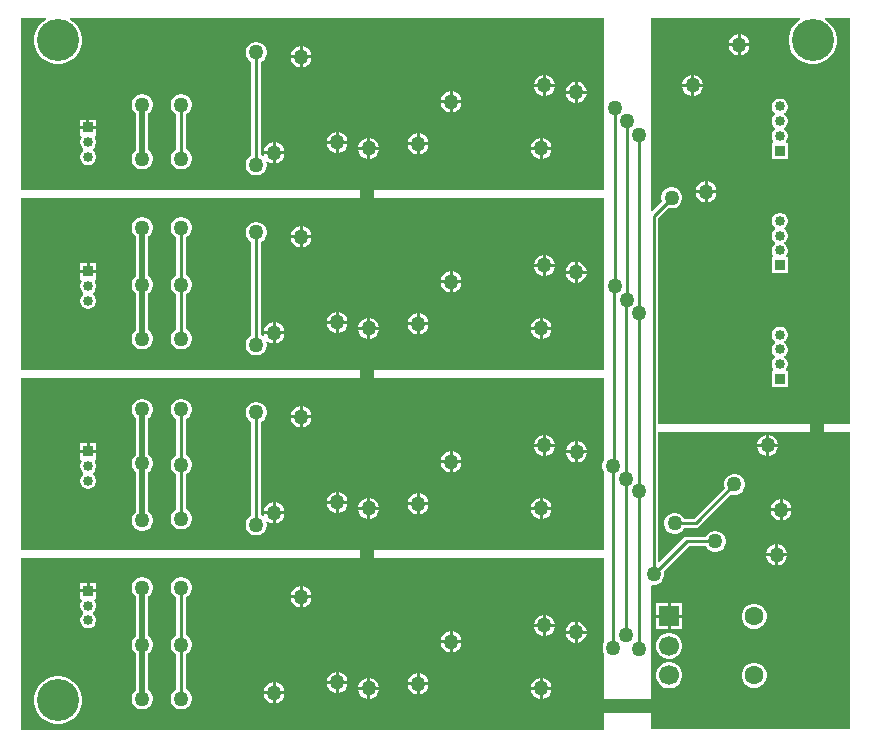
<source format=gbr>
%FSTAX23Y23*%
%MOIN*%
%SFA1B1*%

%IPPOS*%
%ADD19C,0.010000*%
%ADD20C,0.020000*%
%ADD21R,0.033465X0.033465*%
%ADD22C,0.033465*%
%ADD23R,0.066929X0.066929*%
%ADD24C,0.066929*%
%ADD25C,0.062992*%
%ADD26C,0.050000*%
%ADD27C,0.140000*%
%ADD28R,0.050000X0.035000*%
%ADD29R,0.235000X0.050000*%
%LNacoustics_4_copper_signal_bot-1*%
%LPD*%
G36*
X02765Y0104D02*
X02125D01*
Y01728*
X02158Y01761*
X02165Y0176*
X02174*
X02183Y01762*
X02191Y01766*
X02198Y01773*
X02202Y01781*
X02205Y0179*
Y01799*
X02202Y01808*
X02198Y01816*
X02191Y01823*
X02183Y01827*
X02174Y0183*
X02165*
X02156Y01827*
X02148Y01823*
X02141Y01816*
X02137Y01808*
X02135Y01799*
Y0179*
X02136Y01783*
X02104Y01751*
X021Y01753*
Y02395*
X02599*
X026Y0239*
X02589Y02382*
X02577Y0237*
X02569Y02357*
X02563Y02343*
X0256Y02327*
Y02312*
X02563Y02296*
X02569Y02282*
X02577Y02269*
X02589Y02257*
X02602Y02249*
X02616Y02243*
X02632Y0224*
X02647*
X02663Y02243*
X02677Y02249*
X0269Y02257*
X02702Y02269*
X0271Y02282*
X02716Y02296*
X0272Y02312*
Y02327*
X02716Y02343*
X0271Y02357*
X02702Y0237*
X0269Y02382*
X02679Y0239*
X0268Y02395*
X02765*
Y0104*
G37*
G36*
X01945Y02099D02*
Y0209D01*
Y0182*
X0*
Y02395*
X00084*
X00085Y0239*
X00074Y02382*
X00062Y0237*
X00054Y02357*
X00048Y02343*
X00045Y02327*
Y02312*
X00048Y02296*
X00054Y02282*
X00062Y02269*
X00074Y02257*
X00087Y02249*
X00101Y02243*
X00117Y0224*
X00132*
X00148Y02243*
X00162Y02249*
X00175Y02257*
X00187Y02269*
X00195Y02282*
X00201Y02296*
X00205Y02312*
Y02327*
X00201Y02343*
X00195Y02357*
X00187Y0237*
X00175Y02382*
X00164Y0239*
X00165Y02395*
X01945*
Y02099*
G37*
G36*
Y01504D02*
Y01495D01*
Y0122*
X0*
Y01795*
X01945*
Y01504*
G37*
G36*
Y00919D02*
X01941Y00913D01*
X01939Y00905*
Y00895*
X01941Y00886*
X01945Y00881*
Y0062*
X0*
Y01195*
X01945*
Y00919*
G37*
G36*
X02765Y00025D02*
X021D01*
Y00502*
X02103Y00505*
X02105Y00505*
X02114*
X02123Y00507*
X02131Y00511*
X02138Y00518*
X02142Y00526*
X02145Y00535*
Y00544*
X02143Y00551*
X02226Y00634*
X02283*
X02286Y00628*
X02293Y00621*
X02301Y00617*
X0231Y00615*
X02319*
X02328Y00617*
X02336Y00621*
X02343Y00628*
X02347Y00636*
X0235Y00645*
Y00654*
X02347Y00663*
X02343Y00671*
X02336Y00678*
X02328Y00682*
X02319Y00685*
X0231*
X02301Y00682*
X02293Y00678*
X02286Y00671*
X02283Y00665*
X0222*
X02214Y00664*
X02209Y0066*
X02129Y00581*
X02125Y00583*
Y01015*
X02765*
Y00025*
G37*
G36*
X01945Y00313D02*
X01942Y00308D01*
X0194Y00299*
Y0029*
X01942Y00281*
X01945Y00276*
Y0002*
X0*
Y00595*
X01945*
Y00313*
G37*
%LNacoustics_4_copper_signal_bot-2*%
%LPC*%
G36*
X024Y02339D02*
Y0231D01*
X02429*
X02427Y02318*
X02423Y02326*
X02416Y02333*
X02408Y02337*
X024Y02339*
G37*
G36*
X0239D02*
X02381Y02337D01*
X02373Y02333*
X02366Y02326*
X02362Y02318*
X0236Y0231*
X0239*
Y02339*
G37*
G36*
X02429Y023D02*
X024D01*
Y0227*
X02408Y02272*
X02416Y02276*
X02423Y02283*
X02427Y02291*
X02429Y023*
G37*
G36*
X0239D02*
X0236D01*
X02362Y02291*
X02366Y02283*
X02373Y02276*
X02381Y02272*
X0239Y0227*
Y023*
G37*
G36*
X02245Y02204D02*
Y02175D01*
X02274*
X02272Y02183*
X02268Y02191*
X02261Y02198*
X02253Y02202*
X02245Y02204*
G37*
G36*
X02235D02*
X02226Y02202D01*
X02218Y02198*
X02211Y02191*
X02207Y02183*
X02205Y02175*
X02235*
Y02204*
G37*
G36*
X02274Y02165D02*
X02245D01*
Y02135*
X02253Y02137*
X02261Y02141*
X02268Y02148*
X02272Y02156*
X02274Y02165*
G37*
G36*
X02235D02*
X02205D01*
X02207Y02156*
X02211Y02148*
X02218Y02141*
X02226Y02137*
X02235Y02135*
Y02165*
G37*
G36*
X02533Y02125D02*
X02526D01*
X02519Y02124*
X02513Y0212*
X02508Y02115*
X02505Y02109*
X02503Y02102*
Y02095*
X02505Y02088*
X02508Y02082*
X02513Y02077*
X02514Y02077*
Y02072*
X02513Y02071*
X02508Y02066*
X02505Y0206*
X02503Y02053*
Y02046*
X02505Y02039*
X02508Y02033*
X02513Y02028*
X02514Y02027*
Y02022*
X02513Y02022*
X02508Y02017*
X02505Y02011*
X02503Y02004*
Y01997*
X02505Y0199*
X02508Y01984*
X02509Y01983*
X02507Y01978*
X02503*
Y01924*
X02556*
Y01978*
X02552*
X0255Y01983*
X02551Y01984*
X02554Y0199*
X02556Y01997*
Y02004*
X02554Y02011*
X02551Y02017*
X02546Y02022*
X02545Y02022*
Y02027*
X02546Y02028*
X02551Y02033*
X02554Y02039*
X02556Y02046*
Y02053*
X02554Y0206*
X02551Y02066*
X02546Y02071*
X02545Y02072*
Y02077*
X02546Y02077*
X02551Y02082*
X02554Y02088*
X02556Y02095*
Y02102*
X02554Y02109*
X02551Y02115*
X02546Y0212*
X0254Y02124*
X02533Y02125*
G37*
G36*
X0229Y01849D02*
Y0182D01*
X02319*
X02317Y01828*
X02313Y01836*
X02306Y01843*
X02298Y01847*
X0229Y01849*
G37*
G36*
X0228D02*
X02271Y01847D01*
X02263Y01843*
X02256Y01836*
X02252Y01828*
X0225Y0182*
X0228*
Y01849*
G37*
G36*
X02319Y0181D02*
X0229D01*
Y0178*
X02298Y01782*
X02306Y01786*
X02313Y01793*
X02317Y01801*
X02319Y0181*
G37*
G36*
X0228D02*
X0225D01*
X02252Y01801*
X02256Y01793*
X02263Y01786*
X02271Y01782*
X0228Y0178*
Y0181*
G37*
G36*
X02533Y01744D02*
X02526D01*
X02519Y01742*
X02513Y01739*
X02508Y01734*
X02505Y01727*
X02503Y01721*
Y01714*
X02505Y01707*
X02508Y01701*
X02513Y01696*
X02514Y01695*
Y0169*
X02513Y01689*
X02508Y01684*
X02505Y01678*
X02503Y01671*
Y01664*
X02505Y01658*
X02508Y01652*
X02513Y01647*
X02514Y01646*
Y01641*
X02513Y0164*
X02508Y01635*
X02505Y01629*
X02503Y01622*
Y01615*
X02505Y01608*
X02508Y01602*
X02509Y01601*
X02507Y01596*
X02503*
Y01543*
X02556*
Y01596*
X02552*
X0255Y01601*
X02551Y01602*
X02554Y01608*
X02556Y01615*
Y01622*
X02554Y01629*
X02551Y01635*
X02546Y0164*
X02545Y01641*
Y01646*
X02546Y01647*
X02551Y01652*
X02554Y01658*
X02556Y01664*
Y01671*
X02554Y01678*
X02551Y01684*
X02546Y01689*
X02545Y0169*
Y01695*
X02546Y01696*
X02551Y01701*
X02554Y01707*
X02556Y01714*
Y01721*
X02554Y01727*
X02551Y01734*
X02546Y01739*
X0254Y01742*
X02533Y01744*
G37*
G36*
Y01365D02*
X02526D01*
X02519Y01363*
X02513Y01359*
X02508Y01354*
X02505Y01348*
X02503Y01341*
Y01334*
X02505Y01328*
X02508Y01322*
X02513Y01317*
X02514Y01316*
Y01311*
X02513Y0131*
X02508Y01305*
X02505Y01299*
X02503Y01292*
Y01285*
X02505Y01278*
X02508Y01272*
X02513Y01267*
X02514Y01267*
Y01262*
X02513Y01261*
X02508Y01256*
X02505Y0125*
X02503Y01243*
Y01236*
X02505Y01229*
X02508Y01223*
X02509Y01222*
X02507Y01217*
X02503*
Y01164*
X02556*
Y01217*
X02552*
X0255Y01222*
X02551Y01223*
X02554Y01229*
X02556Y01236*
Y01243*
X02554Y0125*
X02551Y01256*
X02546Y01261*
X02545Y01262*
Y01267*
X02546Y01267*
X02551Y01272*
X02554Y01278*
X02556Y01285*
Y01292*
X02554Y01299*
X02551Y01305*
X02546Y0131*
X02545Y01311*
Y01316*
X02546Y01317*
X02551Y01322*
X02554Y01328*
X02556Y01334*
Y01341*
X02554Y01348*
X02551Y01354*
X02546Y01359*
X0254Y01363*
X02533Y01365*
G37*
G36*
X0094Y02299D02*
Y0227D01*
X00969*
X00967Y02278*
X00963Y02286*
X00956Y02293*
X00948Y02297*
X0094Y02299*
G37*
G36*
X0093D02*
X00921Y02297D01*
X00913Y02293*
X00906Y02286*
X00902Y02278*
X009Y0227*
X0093*
Y02299*
G37*
G36*
X00969Y0226D02*
X0094D01*
Y0223*
X00948Y02232*
X00956Y02236*
X00963Y02243*
X00967Y02251*
X00969Y0226*
G37*
G36*
X0093D02*
X009D01*
X00902Y02251*
X00906Y02243*
X00913Y02236*
X00921Y02232*
X0093Y0223*
Y0226*
G37*
G36*
X0175Y02204D02*
Y02174D01*
X0178*
X01778Y02182*
X01773Y0219*
X01767Y02197*
X01759Y02201*
X0175Y02204*
G37*
G36*
X0174D02*
X01732Y02201D01*
X01724Y02197*
X01717Y0219*
X01713Y02182*
X01711Y02174*
X0174*
Y02204*
G37*
G36*
X01856Y02181D02*
Y02151D01*
X01886*
X01884Y0216*
X01879Y02168*
X01873Y02174*
X01865Y02179*
X01856Y02181*
G37*
G36*
X01846D02*
X01838Y02179D01*
X0183Y02174*
X01823Y02168*
X01818Y0216*
X01816Y02151*
X01846*
Y02181*
G37*
G36*
X0178Y02164D02*
X0175D01*
Y02134*
X01759Y02136*
X01767Y02141*
X01773Y02147*
X01778Y02155*
X0178Y02164*
G37*
G36*
X0174D02*
X01711D01*
X01713Y02155*
X01717Y02147*
X01724Y02141*
X01732Y02136*
X0174Y02134*
Y02164*
G37*
G36*
X0144Y02149D02*
Y0212D01*
X01469*
X01467Y02128*
X01463Y02136*
X01456Y02143*
X01448Y02147*
X0144Y02149*
G37*
G36*
X0143D02*
X01421Y02147D01*
X01413Y02143*
X01406Y02136*
X01402Y02128*
X014Y0212*
X0143*
Y02149*
G37*
G36*
X01886Y02141D02*
X01856D01*
Y02111*
X01865Y02114*
X01873Y02118*
X01879Y02125*
X01884Y02133*
X01886Y02141*
G37*
G36*
X01846D02*
X01816D01*
X01818Y02133*
X01823Y02125*
X0183Y02118*
X01838Y02114*
X01846Y02111*
Y02141*
G37*
G36*
X01469Y0211D02*
X0144D01*
Y0208*
X01448Y02082*
X01456Y02086*
X01463Y02093*
X01467Y02101*
X01469Y0211*
G37*
G36*
X0143D02*
X014D01*
X01402Y02101*
X01406Y02093*
X01413Y02086*
X01421Y02082*
X0143Y0208*
Y0211*
G37*
G36*
X00251Y02055D02*
X00229D01*
Y02034*
X00251*
Y02055*
G37*
G36*
X00219D02*
X00198D01*
Y02034*
X00219*
Y02055*
G37*
G36*
X0106Y02014D02*
Y01985D01*
X01089*
X01087Y01993*
X01083Y02001*
X01076Y02008*
X01068Y02012*
X0106Y02014*
G37*
G36*
X0105D02*
X01041Y02012D01*
X01033Y02008*
X01026Y02001*
X01022Y01993*
X0102Y01985*
X0105*
Y02014*
G37*
G36*
X0133Y02009D02*
Y0198D01*
X01359*
X01357Y01988*
X01353Y01996*
X01346Y02003*
X01338Y02007*
X0133Y02009*
G37*
G36*
X0132D02*
X01311Y02007D01*
X01303Y02003*
X01296Y01996*
X01292Y01988*
X0129Y0198*
X0132*
Y02009*
G37*
G36*
X0174Y01994D02*
Y01965D01*
X01769*
X01767Y01973*
X01763Y01981*
X01756Y01988*
X01748Y01992*
X0174Y01994*
G37*
G36*
X0173D02*
X01721Y01992D01*
X01713Y01988*
X01706Y01981*
X01702Y01973*
X017Y01965*
X0173*
Y01994*
G37*
G36*
X01165D02*
Y01965D01*
X01194*
X01192Y01973*
X01188Y01981*
X01181Y01988*
X01173Y01992*
X01165Y01994*
G37*
G36*
X01155D02*
X01146Y01992D01*
X01138Y01988*
X01131Y01981*
X01127Y01973*
X01125Y01965*
X01155*
Y01994*
G37*
G36*
X0085Y01979D02*
Y0195D01*
X00879*
X00877Y01958*
X00873Y01966*
X00866Y01973*
X00858Y01977*
X0085Y01979*
G37*
G36*
X0084D02*
X00831Y01977D01*
X00823Y01973*
X00816Y01966*
X00812Y01958*
X0081Y0195*
X0084*
Y01979*
G37*
G36*
X01089Y01975D02*
X0106D01*
Y01945*
X01068Y01947*
X01076Y01951*
X01083Y01958*
X01087Y01966*
X01089Y01975*
G37*
G36*
X0105D02*
X0102D01*
X01022Y01966*
X01026Y01958*
X01033Y01951*
X01041Y01947*
X0105Y01945*
Y01975*
G37*
G36*
X01359Y0197D02*
X0133D01*
Y0194*
X01338Y01942*
X01346Y01946*
X01353Y01953*
X01357Y01961*
X01359Y0197*
G37*
G36*
X0132D02*
X0129D01*
X01292Y01961*
X01296Y01953*
X01303Y01946*
X01311Y01942*
X0132Y0194*
Y0197*
G37*
G36*
X01769Y01955D02*
X0174D01*
Y01925*
X01748Y01927*
X01756Y01931*
X01763Y01938*
X01767Y01946*
X01769Y01955*
G37*
G36*
X0173D02*
X017D01*
X01702Y01946*
X01706Y01938*
X01713Y01931*
X01721Y01927*
X0173Y01925*
Y01955*
G37*
G36*
X01194D02*
X01165D01*
Y01925*
X01173Y01927*
X01181Y01931*
X01188Y01938*
X01192Y01946*
X01194Y01955*
G37*
G36*
X01155D02*
X01125D01*
X01127Y01946*
X01131Y01938*
X01138Y01931*
X01146Y01927*
X01155Y01925*
Y01955*
G37*
G36*
X00879Y0194D02*
X0085D01*
Y0191*
X00858Y01912*
X00866Y01916*
X00873Y01923*
X00877Y01931*
X00879Y0194*
G37*
G36*
X00789Y02315D02*
X0078D01*
X00771Y02312*
X00763Y02308*
X00756Y02301*
X00752Y02293*
X0075Y02284*
Y02275*
X00752Y02266*
X00756Y02258*
X00763Y02251*
X00769Y02248*
Y01936*
X00763Y01933*
X00756Y01926*
X00752Y01918*
X0075Y01909*
Y019*
X00752Y01891*
X00756Y01883*
X00763Y01876*
X00771Y01872*
X0078Y0187*
X00789*
X00798Y01872*
X00806Y01876*
X00813Y01883*
X00817Y01891*
X0082Y019*
Y01909*
X00818Y01914*
X00823Y01917*
X00823Y01916*
X00831Y01912*
X0084Y0191*
Y0194*
X0081*
X00811Y01935*
X00806Y01932*
X00806Y01933*
X008Y01936*
Y02248*
X00806Y02251*
X00813Y02258*
X00817Y02266*
X0082Y02275*
Y02284*
X00817Y02293*
X00813Y02301*
X00806Y02308*
X00798Y02312*
X00789Y02315*
G37*
G36*
X00251Y02024D02*
X00224D01*
X00198*
Y02002*
X00202*
X00204Y01997*
X00203Y01996*
X002Y0199*
X00198Y01983*
Y01976*
X002Y01969*
X00203Y01963*
X00208Y01958*
X00209Y01957*
Y01952*
X00208Y01952*
X00203Y01947*
X002Y01941*
X00198Y01934*
Y01927*
X002Y0192*
X00203Y01914*
X00208Y01909*
X00214Y01905*
X00221Y01904*
X00228*
X00235Y01905*
X00241Y01909*
X00246Y01914*
X00249Y0192*
X00251Y01927*
Y01934*
X00249Y01941*
X00246Y01947*
X00241Y01952*
X0024Y01952*
Y01957*
X00241Y01958*
X00246Y01963*
X00249Y01969*
X00251Y01976*
Y01983*
X00249Y0199*
X00246Y01996*
X00245Y01997*
X00247Y02002*
X00251*
Y02024*
G37*
G36*
X00539Y0214D02*
X0053D01*
X00521Y02137*
X00513Y02133*
X00506Y02126*
X00502Y02118*
X005Y02109*
Y021*
X00502Y02091*
X00506Y02083*
X00513Y02076*
X00519Y02073*
Y01956*
X00513Y01953*
X00506Y01946*
X00502Y01938*
X005Y01929*
Y0192*
X00502Y01911*
X00506Y01903*
X00513Y01896*
X00521Y01892*
X0053Y0189*
X00539*
X00548Y01892*
X00556Y01896*
X00563Y01903*
X00567Y01911*
X0057Y0192*
Y01929*
X00567Y01938*
X00563Y01946*
X00556Y01953*
X0055Y01956*
Y02073*
X00556Y02076*
X00563Y02083*
X00567Y02091*
X0057Y021*
Y02109*
X00567Y02118*
X00563Y02126*
X00556Y02133*
X00548Y02137*
X00539Y0214*
G37*
G36*
X00409D02*
X004D01*
X00391Y02137*
X00383Y02133*
X00376Y02126*
X00372Y02118*
X0037Y02109*
Y021*
X00372Y02091*
X00376Y02083*
X00383Y02076*
X00384Y02076*
Y01953*
X00383Y01953*
X00376Y01946*
X00372Y01938*
X0037Y01929*
Y0192*
X00372Y01911*
X00376Y01903*
X00383Y01896*
X00391Y01892*
X004Y0189*
X00409*
X00418Y01892*
X00426Y01896*
X00433Y01903*
X00437Y01911*
X0044Y0192*
Y01929*
X00437Y01938*
X00433Y01946*
X00426Y01953*
X00425Y01953*
Y02076*
X00426Y02076*
X00433Y02083*
X00437Y02091*
X0044Y021*
Y02109*
X00437Y02118*
X00433Y02126*
X00426Y02133*
X00418Y02137*
X00409Y0214*
G37*
G36*
X0094Y01699D02*
Y0167D01*
X00969*
X00967Y01678*
X00963Y01686*
X00956Y01693*
X00948Y01697*
X0094Y01699*
G37*
G36*
X0093D02*
X00921Y01697D01*
X00913Y01693*
X00906Y01686*
X00902Y01678*
X009Y0167*
X0093*
Y01699*
G37*
G36*
X00969Y0166D02*
X0094D01*
Y0163*
X00948Y01632*
X00956Y01636*
X00963Y01643*
X00967Y01651*
X00969Y0166*
G37*
G36*
X0093D02*
X009D01*
X00902Y01651*
X00906Y01643*
X00913Y01636*
X00921Y01632*
X0093Y0163*
Y0166*
G37*
G36*
X0175Y01604D02*
Y01574D01*
X0178*
X01778Y01582*
X01773Y0159*
X01767Y01597*
X01759Y01601*
X0175Y01604*
G37*
G36*
X0174D02*
X01732Y01601D01*
X01724Y01597*
X01717Y0159*
X01713Y01582*
X01711Y01574*
X0174*
Y01604*
G37*
G36*
X00251Y01576D02*
X0023D01*
Y01554*
X00251*
Y01576*
G37*
G36*
X0022D02*
X00198D01*
Y01554*
X0022*
Y01576*
G37*
G36*
X01856Y01581D02*
Y01552D01*
X01886*
X01883Y0156*
X01879Y01568*
X01872Y01575*
X01864Y01579*
X01856Y01581*
G37*
G36*
X01846D02*
X01837Y01579D01*
X01829Y01575*
X01823Y01568*
X01818Y0156*
X01816Y01552*
X01846*
Y01581*
G37*
G36*
X0178Y01564D02*
X0175D01*
Y01534*
X01759Y01536*
X01767Y01541*
X01773Y01547*
X01778Y01555*
X0178Y01564*
G37*
G36*
X0174D02*
X01711D01*
X01713Y01555*
X01717Y01547*
X01724Y01541*
X01732Y01536*
X0174Y01534*
Y01564*
G37*
G36*
X0144Y01549D02*
Y0152D01*
X01469*
X01467Y01528*
X01463Y01536*
X01456Y01543*
X01448Y01547*
X0144Y01549*
G37*
G36*
X0143D02*
X01421Y01547D01*
X01413Y01543*
X01406Y01536*
X01402Y01528*
X014Y0152*
X0143*
Y01549*
G37*
G36*
X01886Y01542D02*
X01856D01*
Y01512*
X01864Y01514*
X01872Y01519*
X01879Y01525*
X01883Y01533*
X01886Y01542*
G37*
G36*
X01846D02*
X01816D01*
X01818Y01533*
X01823Y01525*
X01829Y01519*
X01837Y01514*
X01846Y01512*
Y01542*
G37*
G36*
X01469Y0151D02*
X0144D01*
Y0148*
X01448Y01482*
X01456Y01486*
X01463Y01493*
X01467Y01501*
X01469Y0151*
G37*
G36*
X0143D02*
X014D01*
X01402Y01501*
X01406Y01493*
X01413Y01486*
X01421Y01482*
X0143Y0148*
Y0151*
G37*
G36*
X00251Y01544D02*
X00225D01*
X00198*
Y01522*
X00202*
X00204Y01517*
X00203Y01516*
X002Y0151*
X00198Y01503*
Y01496*
X002Y01489*
X00203Y01483*
X00208Y01478*
X00209Y01478*
Y01473*
X00208Y01472*
X00203Y01467*
X002Y01461*
X00198Y01454*
Y01447*
X002Y0144*
X00203Y01434*
X00208Y01429*
X00214Y01426*
X00221Y01424*
X00228*
X00235Y01426*
X00241Y01429*
X00246Y01434*
X00249Y0144*
X00251Y01447*
Y01454*
X00249Y01461*
X00246Y01467*
X00241Y01472*
X0024Y01473*
Y01478*
X00241Y01478*
X00246Y01483*
X00249Y01489*
X00251Y01496*
Y01503*
X00249Y0151*
X00246Y01516*
X00245Y01517*
X00247Y01522*
X00251*
Y01544*
G37*
G36*
X0106Y01414D02*
Y01385D01*
X01089*
X01087Y01393*
X01083Y01401*
X01076Y01408*
X01068Y01412*
X0106Y01414*
G37*
G36*
X0105D02*
X01041Y01412D01*
X01033Y01408*
X01026Y01401*
X01022Y01393*
X0102Y01385*
X0105*
Y01414*
G37*
G36*
X0133Y01409D02*
Y0138D01*
X01359*
X01357Y01388*
X01353Y01396*
X01346Y01403*
X01338Y01407*
X0133Y01409*
G37*
G36*
X0132D02*
X01311Y01407D01*
X01303Y01403*
X01296Y01396*
X01292Y01388*
X0129Y0138*
X0132*
Y01409*
G37*
G36*
X0174Y01394D02*
Y01365D01*
X01769*
X01767Y01373*
X01763Y01381*
X01756Y01388*
X01748Y01392*
X0174Y01394*
G37*
G36*
X0173D02*
X01721Y01392D01*
X01713Y01388*
X01706Y01381*
X01702Y01373*
X017Y01365*
X0173*
Y01394*
G37*
G36*
X01165D02*
Y01365D01*
X01194*
X01192Y01373*
X01188Y01381*
X01181Y01388*
X01173Y01392*
X01165Y01394*
G37*
G36*
X01155D02*
X01146Y01392D01*
X01138Y01388*
X01131Y01381*
X01127Y01373*
X01125Y01365*
X01155*
Y01394*
G37*
G36*
X0085Y01379D02*
Y0135D01*
X00879*
X00877Y01358*
X00873Y01366*
X00866Y01373*
X00858Y01377*
X0085Y01379*
G37*
G36*
X0084D02*
X00831Y01377D01*
X00823Y01373*
X00816Y01366*
X00812Y01358*
X0081Y0135*
X0084*
Y01379*
G37*
G36*
X01089Y01375D02*
X0106D01*
Y01345*
X01068Y01347*
X01076Y01351*
X01083Y01358*
X01087Y01366*
X01089Y01375*
G37*
G36*
X0105D02*
X0102D01*
X01022Y01366*
X01026Y01358*
X01033Y01351*
X01041Y01347*
X0105Y01345*
Y01375*
G37*
G36*
X01359Y0137D02*
X0133D01*
Y0134*
X01338Y01342*
X01346Y01346*
X01353Y01353*
X01357Y01361*
X01359Y0137*
G37*
G36*
X0132D02*
X0129D01*
X01292Y01361*
X01296Y01353*
X01303Y01346*
X01311Y01342*
X0132Y0134*
Y0137*
G37*
G36*
X01769Y01355D02*
X0174D01*
Y01325*
X01748Y01327*
X01756Y01331*
X01763Y01338*
X01767Y01346*
X01769Y01355*
G37*
G36*
X0173D02*
X017D01*
X01702Y01346*
X01706Y01338*
X01713Y01331*
X01721Y01327*
X0173Y01325*
Y01355*
G37*
G36*
X01194D02*
X01165D01*
Y01325*
X01173Y01327*
X01181Y01331*
X01188Y01338*
X01192Y01346*
X01194Y01355*
G37*
G36*
X01155D02*
X01125D01*
X01127Y01346*
X01131Y01338*
X01138Y01331*
X01146Y01327*
X01155Y01325*
Y01355*
G37*
G36*
X00879Y0134D02*
X0085D01*
Y0131*
X00858Y01312*
X00866Y01316*
X00873Y01323*
X00877Y01331*
X00879Y0134*
G37*
G36*
X00789Y01715D02*
X0078D01*
X00771Y01712*
X00763Y01708*
X00756Y01701*
X00752Y01693*
X0075Y01684*
Y01675*
X00752Y01666*
X00756Y01658*
X00763Y01651*
X00769Y01648*
Y01336*
X00763Y01333*
X00756Y01326*
X00752Y01318*
X0075Y01309*
Y013*
X00752Y01291*
X00756Y01283*
X00763Y01276*
X00771Y01272*
X0078Y0127*
X00789*
X00798Y01272*
X00806Y01276*
X00813Y01283*
X00817Y01291*
X0082Y013*
Y01309*
X00818Y01314*
X00823Y01317*
X00823Y01316*
X00831Y01312*
X0084Y0131*
Y0134*
X0081*
X00811Y01335*
X00806Y01332*
X00806Y01333*
X008Y01336*
Y01648*
X00806Y01651*
X00813Y01658*
X00817Y01666*
X0082Y01675*
Y01684*
X00817Y01693*
X00813Y01701*
X00806Y01708*
X00798Y01712*
X00789Y01715*
G37*
G36*
X00539Y0173D02*
X0053D01*
X00521Y01727*
X00513Y01723*
X00506Y01716*
X00502Y01708*
X005Y01699*
Y0169*
X00502Y01681*
X00506Y01673*
X00513Y01666*
X00519Y01663*
Y01536*
X00513Y01533*
X00506Y01526*
X00502Y01518*
X005Y01509*
Y015*
X00502Y01491*
X00506Y01483*
X00513Y01476*
X00519Y01473*
Y01356*
X00513Y01353*
X00506Y01346*
X00502Y01338*
X005Y01329*
Y0132*
X00502Y01311*
X00506Y01303*
X00513Y01296*
X00521Y01292*
X0053Y0129*
X00539*
X00548Y01292*
X00556Y01296*
X00563Y01303*
X00567Y01311*
X0057Y0132*
Y01329*
X00567Y01338*
X00563Y01346*
X00556Y01353*
X0055Y01356*
Y01473*
X00556Y01476*
X00563Y01483*
X00567Y01491*
X0057Y015*
Y01509*
X00567Y01518*
X00563Y01526*
X00556Y01533*
X0055Y01536*
Y01663*
X00556Y01666*
X00563Y01673*
X00567Y01681*
X0057Y0169*
Y01699*
X00567Y01708*
X00563Y01716*
X00556Y01723*
X00548Y01727*
X00539Y0173*
G37*
G36*
X00409D02*
X004D01*
X00391Y01727*
X00383Y01723*
X00376Y01716*
X00372Y01708*
X0037Y01699*
Y0169*
X00372Y01681*
X00376Y01673*
X00383Y01666*
X00384Y01666*
Y01533*
X00383Y01533*
X00376Y01526*
X00372Y01518*
X0037Y01509*
Y015*
X00372Y01491*
X00376Y01483*
X00383Y01476*
X00384Y01476*
Y01353*
X00383Y01353*
X00376Y01346*
X00372Y01338*
X0037Y01329*
Y0132*
X00372Y01311*
X00376Y01303*
X00383Y01296*
X00391Y01292*
X004Y0129*
X00409*
X00418Y01292*
X00426Y01296*
X00433Y01303*
X00437Y01311*
X0044Y0132*
Y01329*
X00437Y01338*
X00433Y01346*
X00426Y01353*
X00425Y01353*
Y01476*
X00426Y01476*
X00433Y01483*
X00437Y01491*
X0044Y015*
Y01509*
X00437Y01518*
X00433Y01526*
X00426Y01533*
X00425Y01533*
Y01666*
X00426Y01666*
X00433Y01673*
X00437Y01681*
X0044Y0169*
Y01699*
X00437Y01708*
X00433Y01716*
X00426Y01723*
X00418Y01727*
X00409Y0173*
G37*
G36*
X0094Y01099D02*
Y0107D01*
X00969*
X00967Y01078*
X00963Y01086*
X00956Y01093*
X00948Y01097*
X0094Y01099*
G37*
G36*
X0093D02*
X00921Y01097D01*
X00913Y01093*
X00906Y01086*
X00902Y01078*
X009Y0107*
X0093*
Y01099*
G37*
G36*
X00969Y0106D02*
X0094D01*
Y0103*
X00948Y01032*
X00956Y01036*
X00963Y01043*
X00967Y01051*
X00969Y0106*
G37*
G36*
X0093D02*
X009D01*
X00902Y01051*
X00906Y01043*
X00913Y01036*
X00921Y01032*
X0093Y0103*
Y0106*
G37*
G36*
X0175Y01004D02*
Y00974D01*
X0178*
X01778Y00982*
X01773Y0099*
X01767Y00997*
X01759Y01001*
X0175Y01004*
G37*
G36*
X0174D02*
X01732Y01001D01*
X01724Y00997*
X01717Y0099*
X01713Y00982*
X01711Y00974*
X0174*
Y01004*
G37*
G36*
X00251Y00976D02*
X0023D01*
Y00954*
X00251*
Y00976*
G37*
G36*
X0022D02*
X00198D01*
Y00954*
X0022*
Y00976*
G37*
G36*
X01858Y00983D02*
Y00953D01*
X01887*
X01885Y00961*
X01881Y00969*
X01874Y00976*
X01866Y00981*
X01858Y00983*
G37*
G36*
X01848D02*
X01839Y00981D01*
X01831Y00976*
X01825Y00969*
X0182Y00961*
X01818Y00953*
X01848*
Y00983*
G37*
G36*
X0178Y00964D02*
X0175D01*
Y00934*
X01759Y00936*
X01767Y00941*
X01773Y00947*
X01778Y00955*
X0178Y00964*
G37*
G36*
X0174D02*
X01711D01*
X01713Y00955*
X01717Y00947*
X01724Y00941*
X01732Y00936*
X0174Y00934*
Y00964*
G37*
G36*
X0144Y00949D02*
Y0092D01*
X01469*
X01467Y00928*
X01463Y00936*
X01456Y00943*
X01448Y00947*
X0144Y00949*
G37*
G36*
X0143D02*
X01421Y00947D01*
X01413Y00943*
X01406Y00936*
X01402Y00928*
X014Y0092*
X0143*
Y00949*
G37*
G36*
X01887Y00943D02*
X01858D01*
Y00913*
X01866Y00915*
X01874Y0092*
X01881Y00926*
X01885Y00934*
X01887Y00943*
G37*
G36*
X01848D02*
X01818D01*
X0182Y00934*
X01825Y00926*
X01831Y0092*
X01839Y00915*
X01848Y00913*
Y00943*
G37*
G36*
X01469Y0091D02*
X0144D01*
Y0088*
X01448Y00882*
X01456Y00886*
X01463Y00893*
X01467Y00901*
X01469Y0091*
G37*
G36*
X0143D02*
X014D01*
X01402Y00901*
X01406Y00893*
X01413Y00886*
X01421Y00882*
X0143Y0088*
Y0091*
G37*
G36*
X00251Y00944D02*
X00225D01*
X00198*
Y00922*
X00202*
X00204Y00917*
X00203Y00916*
X002Y0091*
X00198Y00903*
Y00896*
X002Y00889*
X00203Y00883*
X00208Y00878*
X00209Y00878*
Y00873*
X00208Y00872*
X00203Y00867*
X002Y00861*
X00198Y00854*
Y00847*
X002Y0084*
X00203Y00834*
X00208Y00829*
X00214Y00826*
X00221Y00824*
X00228*
X00235Y00826*
X00241Y00829*
X00246Y00834*
X00249Y0084*
X00251Y00847*
Y00854*
X00249Y00861*
X00246Y00867*
X00241Y00872*
X0024Y00873*
Y00878*
X00241Y00878*
X00246Y00883*
X00249Y00889*
X00251Y00896*
Y00903*
X00249Y0091*
X00246Y00916*
X00245Y00917*
X00247Y00922*
X00251*
Y00944*
G37*
G36*
X0106Y00814D02*
Y00785D01*
X01089*
X01087Y00793*
X01083Y00801*
X01076Y00808*
X01068Y00812*
X0106Y00814*
G37*
G36*
X0105D02*
X01041Y00812D01*
X01033Y00808*
X01026Y00801*
X01022Y00793*
X0102Y00785*
X0105*
Y00814*
G37*
G36*
X0133Y00809D02*
Y0078D01*
X01359*
X01357Y00788*
X01353Y00796*
X01346Y00803*
X01338Y00807*
X0133Y00809*
G37*
G36*
X0132D02*
X01311Y00807D01*
X01303Y00803*
X01296Y00796*
X01292Y00788*
X0129Y0078*
X0132*
Y00809*
G37*
G36*
X0174Y00794D02*
Y00765D01*
X01769*
X01767Y00773*
X01763Y00781*
X01756Y00788*
X01748Y00792*
X0174Y00794*
G37*
G36*
X0173D02*
X01721Y00792D01*
X01713Y00788*
X01706Y00781*
X01702Y00773*
X017Y00765*
X0173*
Y00794*
G37*
G36*
X01165D02*
Y00765D01*
X01194*
X01192Y00773*
X01188Y00781*
X01181Y00788*
X01173Y00792*
X01165Y00794*
G37*
G36*
X01155D02*
X01146Y00792D01*
X01138Y00788*
X01131Y00781*
X01127Y00773*
X01125Y00765*
X01155*
Y00794*
G37*
G36*
X0085Y00779D02*
Y0075D01*
X00879*
X00877Y00758*
X00873Y00766*
X00866Y00773*
X00858Y00777*
X0085Y00779*
G37*
G36*
X0084D02*
X00831Y00777D01*
X00823Y00773*
X00816Y00766*
X00812Y00758*
X0081Y0075*
X0084*
Y00779*
G37*
G36*
X01089Y00775D02*
X0106D01*
Y00745*
X01068Y00747*
X01076Y00751*
X01083Y00758*
X01087Y00766*
X01089Y00775*
G37*
G36*
X0105D02*
X0102D01*
X01022Y00766*
X01026Y00758*
X01033Y00751*
X01041Y00747*
X0105Y00745*
Y00775*
G37*
G36*
X01359Y0077D02*
X0133D01*
Y0074*
X01338Y00742*
X01346Y00746*
X01353Y00753*
X01357Y00761*
X01359Y0077*
G37*
G36*
X0132D02*
X0129D01*
X01292Y00761*
X01296Y00753*
X01303Y00746*
X01311Y00742*
X0132Y0074*
Y0077*
G37*
G36*
X01769Y00755D02*
X0174D01*
Y00725*
X01748Y00727*
X01756Y00731*
X01763Y00738*
X01767Y00746*
X01769Y00755*
G37*
G36*
X0173D02*
X017D01*
X01702Y00746*
X01706Y00738*
X01713Y00731*
X01721Y00727*
X0173Y00725*
Y00755*
G37*
G36*
X01194D02*
X01165D01*
Y00725*
X01173Y00727*
X01181Y00731*
X01188Y00738*
X01192Y00746*
X01194Y00755*
G37*
G36*
X01155D02*
X01125D01*
X01127Y00746*
X01131Y00738*
X01138Y00731*
X01146Y00727*
X01155Y00725*
Y00755*
G37*
G36*
X00879Y0074D02*
X0085D01*
Y0071*
X00858Y00712*
X00866Y00716*
X00873Y00723*
X00877Y00731*
X00879Y0074*
G37*
G36*
X00789Y01115D02*
X0078D01*
X00771Y01112*
X00763Y01108*
X00756Y01101*
X00752Y01093*
X0075Y01084*
Y01075*
X00752Y01066*
X00756Y01058*
X00763Y01051*
X00769Y01048*
Y00736*
X00763Y00733*
X00756Y00726*
X00752Y00718*
X0075Y00709*
Y007*
X00752Y00691*
X00756Y00683*
X00763Y00676*
X00771Y00672*
X0078Y0067*
X00789*
X00798Y00672*
X00806Y00676*
X00813Y00683*
X00817Y00691*
X0082Y007*
Y00709*
X00818Y00714*
X00823Y00717*
X00823Y00716*
X00831Y00712*
X0084Y0071*
Y0074*
X0081*
X00811Y00735*
X00806Y00732*
X00806Y00733*
X008Y00736*
Y01048*
X00806Y01051*
X00813Y01058*
X00817Y01066*
X0082Y01075*
Y01084*
X00817Y01093*
X00813Y01101*
X00806Y01108*
X00798Y01112*
X00789Y01115*
G37*
G36*
X00539Y01125D02*
X0053D01*
X00521Y01122*
X00513Y01118*
X00506Y01111*
X00502Y01103*
X005Y01094*
Y01085*
X00502Y01076*
X00506Y01068*
X00513Y01061*
X00519Y01058*
Y00936*
X00513Y00933*
X00506Y00926*
X00502Y00918*
X005Y00909*
Y009*
X00502Y00891*
X00506Y00883*
X00513Y00876*
X00519Y00873*
Y00756*
X00513Y00753*
X00506Y00746*
X00502Y00738*
X005Y00729*
Y0072*
X00502Y00711*
X00506Y00703*
X00513Y00696*
X00521Y00692*
X0053Y0069*
X00539*
X00548Y00692*
X00556Y00696*
X00563Y00703*
X00567Y00711*
X0057Y0072*
Y00729*
X00567Y00738*
X00563Y00746*
X00556Y00753*
X0055Y00756*
Y00873*
X00556Y00876*
X00563Y00883*
X00567Y00891*
X0057Y009*
Y00909*
X00567Y00918*
X00563Y00926*
X00556Y00933*
X0055Y00936*
Y01058*
X00556Y01061*
X00563Y01068*
X00567Y01076*
X0057Y01085*
Y01094*
X00567Y01103*
X00563Y01111*
X00556Y01118*
X00548Y01122*
X00539Y01125*
G37*
G36*
X00409D02*
X004D01*
X00391Y01122*
X00383Y01118*
X00376Y01111*
X00372Y01103*
X0037Y01094*
Y01085*
X00372Y01076*
X00376Y01068*
X00383Y01061*
X00384Y01061*
Y00938*
X00383Y00938*
X00376Y00931*
X00372Y00923*
X0037Y00914*
Y00905*
X00372Y00896*
X00376Y00888*
X00383Y00881*
X00384Y00881*
Y00748*
X00383Y00748*
X00376Y00741*
X00372Y00733*
X0037Y00724*
Y00715*
X00372Y00706*
X00376Y00698*
X00383Y00691*
X00391Y00687*
X004Y00685*
X00409*
X00418Y00687*
X00426Y00691*
X00433Y00698*
X00437Y00706*
X0044Y00715*
Y00724*
X00437Y00733*
X00433Y00741*
X00426Y00748*
X00425Y00748*
Y00881*
X00426Y00881*
X00433Y00888*
X00437Y00896*
X0044Y00905*
Y00914*
X00437Y00923*
X00433Y00931*
X00426Y00938*
X00425Y00938*
Y01061*
X00426Y01061*
X00433Y01068*
X00437Y01076*
X0044Y01085*
Y01094*
X00437Y01103*
X00433Y01111*
X00426Y01118*
X00418Y01122*
X00409Y01125*
G37*
G36*
X02495Y01004D02*
Y00975D01*
X02524*
X02522Y00983*
X02518Y00991*
X02511Y00998*
X02503Y01002*
X02495Y01004*
G37*
G36*
X02485D02*
X02476Y01002D01*
X02468Y00998*
X02461Y00991*
X02457Y00983*
X02455Y00975*
X02485*
Y01004*
G37*
G36*
X02524Y00965D02*
X02495D01*
Y00935*
X02503Y00937*
X02511Y00941*
X02518Y00948*
X02522Y00956*
X02524Y00965*
G37*
G36*
X02485D02*
X02455D01*
X02457Y00956*
X02461Y00948*
X02468Y00941*
X02476Y00937*
X02485Y00935*
Y00965*
G37*
G36*
X02384Y00874D02*
X02374D01*
X02366Y00872*
X02358Y00867*
X02351Y00861*
X02346Y00853*
X02344Y00844*
Y00834*
X02346Y00828*
X02243Y00725*
X02211*
X02208Y00731*
X02201Y00738*
X02193Y00742*
X02184Y00745*
X02175*
X02166Y00742*
X02158Y00738*
X02151Y00731*
X02147Y00723*
X02145Y00714*
Y00705*
X02147Y00696*
X02151Y00688*
X02158Y00681*
X02166Y00677*
X02175Y00675*
X02184*
X02193Y00677*
X02201Y00681*
X02208Y00688*
X02211Y00694*
X0225*
X02255Y00695*
X0226Y00699*
X02368Y00806*
X02374Y00804*
X02384*
X02393Y00806*
X02401Y00811*
X02407Y00818*
X02412Y00826*
X02414Y00834*
Y00844*
X02412Y00853*
X02407Y00861*
X02401Y00867*
X02393Y00872*
X02384Y00874*
G37*
G36*
X0254Y00789D02*
Y0076D01*
X02569*
X02567Y00768*
X02563Y00776*
X02556Y00783*
X02548Y00787*
X0254Y00789*
G37*
G36*
X0253D02*
X02521Y00787D01*
X02513Y00783*
X02506Y00776*
X02502Y00768*
X025Y0076*
X0253*
Y00789*
G37*
G36*
X02569Y0075D02*
X0254D01*
Y0072*
X02548Y00722*
X02556Y00726*
X02563Y00733*
X02567Y00741*
X02569Y0075*
G37*
G36*
X0253D02*
X025D01*
X02502Y00741*
X02506Y00733*
X02513Y00726*
X02521Y00722*
X0253Y0072*
Y0075*
G37*
G36*
X02525Y00639D02*
Y0061D01*
X02554*
X02552Y00618*
X02548Y00626*
X02541Y00633*
X02533Y00637*
X02525Y00639*
G37*
G36*
X02515D02*
X02506Y00637D01*
X02498Y00633*
X02491Y00626*
X02487Y00618*
X02485Y0061*
X02515*
Y00639*
G37*
G36*
X02554Y006D02*
X02525D01*
Y0057*
X02533Y00572*
X02541Y00576*
X02548Y00583*
X02552Y00591*
X02554Y006*
G37*
G36*
X02515D02*
X02485D01*
X02487Y00591*
X02491Y00583*
X02498Y00576*
X02506Y00572*
X02515Y0057*
Y006*
G37*
G36*
X02205Y00443D02*
X02167D01*
Y00405*
X02205*
Y00443*
G37*
G36*
X02157D02*
X02118D01*
Y00405*
X02157*
Y00443*
G37*
G36*
X0245Y00441D02*
X02439D01*
X02428Y00438*
X02419Y00433*
X02411Y00425*
X02406Y00416*
X02403Y00405*
Y00394*
X02406Y00383*
X02411Y00374*
X02419Y00366*
X02428Y00361*
X02439Y00358*
X0245*
X02461Y00361*
X0247Y00366*
X02478Y00374*
X02483Y00383*
X02486Y00394*
Y00405*
X02483Y00416*
X02478Y00425*
X0247Y00433*
X02461Y00438*
X0245Y00441*
G37*
G36*
X02205Y00395D02*
X02167D01*
Y00356*
X02205*
Y00395*
G37*
G36*
X02157D02*
X02118D01*
Y00356*
X02157*
Y00395*
G37*
G36*
X02168Y00345D02*
X02156D01*
X02145Y00342*
X02135Y00336*
X02127Y00328*
X02121Y00318*
X02118Y00307*
Y00295*
X02121Y00284*
X02127Y00274*
X02135Y00266*
X02145Y00261*
X02156Y00258*
X02168*
X02179Y00261*
X02189Y00266*
X02197Y00274*
X02202Y00284*
X02205Y00295*
Y00307*
X02202Y00318*
X02197Y00328*
X02189Y00336*
X02179Y00342*
X02168Y00345*
G37*
G36*
X0245Y00244D02*
X02439D01*
X02428Y00241*
X02419Y00236*
X02411Y00228*
X02406Y00219*
X02403Y00208*
Y00197*
X02406Y00187*
X02411Y00177*
X02419Y00169*
X02428Y00164*
X02439Y00161*
X0245*
X02461Y00164*
X0247Y00169*
X02478Y00177*
X02483Y00187*
X02486Y00197*
Y00208*
X02483Y00219*
X02478Y00228*
X0247Y00236*
X02461Y00241*
X0245Y00244*
G37*
G36*
X02168Y00246D02*
X02156D01*
X02145Y00243*
X02135Y00237*
X02127Y00229*
X02121Y00219*
X02118Y00208*
Y00197*
X02121Y00186*
X02127Y00176*
X02135Y00168*
X02145Y00162*
X02156Y00159*
X02168*
X02179Y00162*
X02189Y00168*
X02197Y00176*
X02202Y00186*
X02205Y00197*
Y00208*
X02202Y00219*
X02197Y00229*
X02189Y00237*
X02179Y00243*
X02168Y00246*
G37*
G36*
X00251Y00511D02*
X0023D01*
Y0049*
X00251*
Y00511*
G37*
G36*
X0022D02*
X00198D01*
Y0049*
X0022*
Y00511*
G37*
G36*
X0094Y00499D02*
Y0047D01*
X00969*
X00967Y00478*
X00963Y00486*
X00956Y00493*
X00948Y00497*
X0094Y00499*
G37*
G36*
X0093D02*
X00921Y00497D01*
X00913Y00493*
X00906Y00486*
X00902Y00478*
X009Y0047*
X0093*
Y00499*
G37*
G36*
X00969Y0046D02*
X0094D01*
Y0043*
X00948Y00432*
X00956Y00436*
X00963Y00443*
X00967Y00451*
X00969Y0046*
G37*
G36*
X0093D02*
X009D01*
X00902Y00451*
X00906Y00443*
X00913Y00436*
X00921Y00432*
X0093Y0043*
Y0046*
G37*
G36*
X0175Y00404D02*
Y00374D01*
X0178*
X01778Y00382*
X01773Y0039*
X01767Y00397*
X01759Y00401*
X0175Y00404*
G37*
G36*
X0174D02*
X01732Y00401D01*
X01724Y00397*
X01717Y0039*
X01713Y00382*
X01711Y00374*
X0174*
Y00404*
G37*
G36*
X00251Y0048D02*
X00225D01*
X00198*
Y00458*
X00202*
X00204Y00453*
X00203Y00452*
X002Y00446*
X00198Y00439*
Y00432*
X002Y00425*
X00203Y00419*
X00208Y00414*
X00209Y00413*
Y00408*
X00208Y00407*
X00203Y00402*
X002Y00396*
X00198Y0039*
Y00383*
X002Y00376*
X00203Y0037*
X00208Y00365*
X00214Y00361*
X00221Y00359*
X00228*
X00235Y00361*
X00241Y00365*
X00246Y0037*
X00249Y00376*
X00251Y00383*
Y0039*
X00249Y00396*
X00246Y00402*
X00241Y00407*
X0024Y00408*
Y00413*
X00241Y00414*
X00246Y00419*
X00249Y00425*
X00251Y00432*
Y00439*
X00249Y00446*
X00246Y00452*
X00245Y00453*
X00247Y00458*
X00251*
Y0048*
G37*
G36*
X01856Y00381D02*
Y00352D01*
X01886*
X01883Y0036*
X01879Y00368*
X01872Y00375*
X01864Y00379*
X01856Y00381*
G37*
G36*
X01846D02*
X01837Y00379D01*
X01829Y00375*
X01823Y00368*
X01818Y0036*
X01816Y00352*
X01846*
Y00381*
G37*
G36*
X0178Y00364D02*
X0175D01*
Y00334*
X01759Y00336*
X01767Y00341*
X01773Y00347*
X01778Y00355*
X0178Y00364*
G37*
G36*
X0174D02*
X01711D01*
X01713Y00355*
X01717Y00347*
X01724Y00341*
X01732Y00336*
X0174Y00334*
Y00364*
G37*
G36*
X0144Y00349D02*
Y0032D01*
X01469*
X01467Y00328*
X01463Y00336*
X01456Y00343*
X01448Y00347*
X0144Y00349*
G37*
G36*
X0143D02*
X01421Y00347D01*
X01413Y00343*
X01406Y00336*
X01402Y00328*
X014Y0032*
X0143*
Y00349*
G37*
G36*
X01886Y00342D02*
X01856D01*
Y00312*
X01864Y00314*
X01872Y00319*
X01879Y00325*
X01883Y00333*
X01886Y00342*
G37*
G36*
X01846D02*
X01816D01*
X01818Y00333*
X01823Y00325*
X01829Y00319*
X01837Y00314*
X01846Y00312*
Y00342*
G37*
G36*
X01469Y0031D02*
X0144D01*
Y0028*
X01448Y00282*
X01456Y00286*
X01463Y00293*
X01467Y00301*
X01469Y0031*
G37*
G36*
X0143D02*
X014D01*
X01402Y00301*
X01406Y00293*
X01413Y00286*
X01421Y00282*
X0143Y0028*
Y0031*
G37*
G36*
X0106Y00214D02*
Y00185D01*
X01089*
X01087Y00193*
X01083Y00201*
X01076Y00208*
X01068Y00212*
X0106Y00214*
G37*
G36*
X0105D02*
X01041Y00212D01*
X01033Y00208*
X01026Y00201*
X01022Y00193*
X0102Y00185*
X0105*
Y00214*
G37*
G36*
X0133Y00209D02*
Y0018D01*
X01359*
X01357Y00188*
X01353Y00196*
X01346Y00203*
X01338Y00207*
X0133Y00209*
G37*
G36*
X0132D02*
X01311Y00207D01*
X01303Y00203*
X01296Y00196*
X01292Y00188*
X0129Y0018*
X0132*
Y00209*
G37*
G36*
X0174Y00194D02*
Y00165D01*
X01769*
X01767Y00173*
X01763Y00181*
X01756Y00188*
X01748Y00192*
X0174Y00194*
G37*
G36*
X0173D02*
X01721Y00192D01*
X01713Y00188*
X01706Y00181*
X01702Y00173*
X017Y00165*
X0173*
Y00194*
G37*
G36*
X01165D02*
Y00165D01*
X01194*
X01192Y00173*
X01188Y00181*
X01181Y00188*
X01173Y00192*
X01165Y00194*
G37*
G36*
X01155D02*
X01146Y00192D01*
X01138Y00188*
X01131Y00181*
X01127Y00173*
X01125Y00165*
X01155*
Y00194*
G37*
G36*
X0085Y00179D02*
Y0015D01*
X00879*
X00877Y00158*
X00873Y00166*
X00866Y00173*
X00858Y00177*
X0085Y00179*
G37*
G36*
X0084D02*
X00831Y00177D01*
X00823Y00173*
X00816Y00166*
X00812Y00158*
X0081Y0015*
X0084*
Y00179*
G37*
G36*
X01089Y00175D02*
X0106D01*
Y00145*
X01068Y00147*
X01076Y00151*
X01083Y00158*
X01087Y00166*
X01089Y00175*
G37*
G36*
X0105D02*
X0102D01*
X01022Y00166*
X01026Y00158*
X01033Y00151*
X01041Y00147*
X0105Y00145*
Y00175*
G37*
G36*
X01359Y0017D02*
X0133D01*
Y0014*
X01338Y00142*
X01346Y00146*
X01353Y00153*
X01357Y00161*
X01359Y0017*
G37*
G36*
X0132D02*
X0129D01*
X01292Y00161*
X01296Y00153*
X01303Y00146*
X01311Y00142*
X0132Y0014*
Y0017*
G37*
G36*
X01769Y00155D02*
X0174D01*
Y00125*
X01748Y00127*
X01756Y00131*
X01763Y00138*
X01767Y00146*
X01769Y00155*
G37*
G36*
X0173D02*
X017D01*
X01702Y00146*
X01706Y00138*
X01713Y00131*
X01721Y00127*
X0173Y00125*
Y00155*
G37*
G36*
X01194D02*
X01165D01*
Y00125*
X01173Y00127*
X01181Y00131*
X01188Y00138*
X01192Y00146*
X01194Y00155*
G37*
G36*
X01155D02*
X01125D01*
X01127Y00146*
X01131Y00138*
X01138Y00131*
X01146Y00127*
X01155Y00125*
Y00155*
G37*
G36*
X00879Y0014D02*
X0085D01*
Y0011*
X00858Y00112*
X00866Y00116*
X00873Y00123*
X00877Y00131*
X00879Y0014*
G37*
G36*
X0084D02*
X0081D01*
X00812Y00131*
X00816Y00123*
X00823Y00116*
X00831Y00112*
X0084Y0011*
Y0014*
G37*
G36*
X00539Y0053D02*
X0053D01*
X00521Y00527*
X00513Y00523*
X00506Y00516*
X00502Y00508*
X005Y00499*
Y0049*
X00502Y00481*
X00506Y00473*
X00513Y00466*
X00519Y00463*
Y00336*
X00513Y00333*
X00506Y00326*
X00502Y00318*
X005Y00309*
Y003*
X00502Y00291*
X00506Y00283*
X00513Y00276*
X00519Y00273*
Y00156*
X00513Y00153*
X00506Y00146*
X00502Y00138*
X005Y00129*
Y0012*
X00502Y00111*
X00506Y00103*
X00513Y00096*
X00521Y00092*
X0053Y0009*
X00539*
X00548Y00092*
X00556Y00096*
X00563Y00103*
X00567Y00111*
X0057Y0012*
Y00129*
X00567Y00138*
X00563Y00146*
X00556Y00153*
X0055Y00156*
Y00273*
X00556Y00276*
X00563Y00283*
X00567Y00291*
X0057Y003*
Y00309*
X00567Y00318*
X00563Y00326*
X00556Y00333*
X0055Y00336*
Y00463*
X00556Y00466*
X00563Y00473*
X00567Y00481*
X0057Y0049*
Y00499*
X00567Y00508*
X00563Y00516*
X00556Y00523*
X00548Y00527*
X00539Y0053*
G37*
G36*
X00409D02*
X004D01*
X00391Y00527*
X00383Y00523*
X00376Y00516*
X00372Y00508*
X0037Y00499*
Y0049*
X00372Y00481*
X00376Y00473*
X00383Y00466*
X00384Y00466*
Y00333*
X00383Y00333*
X00376Y00326*
X00372Y00318*
X0037Y00309*
Y003*
X00372Y00291*
X00376Y00283*
X00383Y00276*
X00384Y00276*
Y00153*
X00383Y00153*
X00376Y00146*
X00372Y00138*
X0037Y00129*
Y0012*
X00372Y00111*
X00376Y00103*
X00383Y00096*
X00391Y00092*
X004Y0009*
X00409*
X00418Y00092*
X00426Y00096*
X00433Y00103*
X00437Y00111*
X0044Y0012*
Y00129*
X00437Y00138*
X00433Y00146*
X00426Y00153*
X00425Y00153*
Y00276*
X00426Y00276*
X00433Y00283*
X00437Y00291*
X0044Y003*
Y00309*
X00437Y00318*
X00433Y00326*
X00426Y00333*
X00425Y00333*
Y00466*
X00426Y00466*
X00433Y00473*
X00437Y00481*
X0044Y0049*
Y00499*
X00437Y00508*
X00433Y00516*
X00426Y00523*
X00418Y00527*
X00409Y0053*
G37*
G36*
X00132Y002D02*
X00117D01*
X00101Y00196*
X00087Y0019*
X00074Y00182*
X00062Y0017*
X00054Y00157*
X00048Y00143*
X00045Y00127*
Y00112*
X00048Y00096*
X00054Y00082*
X00062Y00069*
X00074Y00057*
X00087Y00049*
X00101Y00043*
X00117Y0004*
X00132*
X00148Y00043*
X00162Y00049*
X00175Y00057*
X00187Y00069*
X00195Y00082*
X00201Y00096*
X00205Y00112*
Y00127*
X00201Y00143*
X00195Y00157*
X00187Y0017*
X00175Y00182*
X00162Y0019*
X00148Y00196*
X00132Y002*
G37*
%LNacoustics_4_copper_signal_bot-3*%
%LPD*%
G54D19*
X0218Y0071D02*
X0225D01*
X02379Y00839*
X02061Y00291D02*
Y00814D01*
X02063Y00817*
X0206Y0029D02*
X02061Y00291D01*
X0211Y0054D02*
Y01735D01*
Y0054D02*
X0222Y0065D01*
X02315*
X02017Y00856D02*
X02018Y00856D01*
X02017Y00336D02*
Y00856D01*
Y00336D02*
X02018Y00336D01*
X01974Y009D02*
X01974Y009D01*
X02017Y00858D02*
X02018Y00856D01*
X01974Y00295D02*
X01975Y00295D01*
X01974Y00295D02*
Y009D01*
X0202Y01455D02*
Y0205D01*
Y01444D02*
Y01455D01*
X0211Y01735D02*
X0217Y01795D01*
X02061Y00819D02*
Y01408D01*
X0206Y0141D02*
X02061Y01408D01*
Y00819D02*
X02063Y00817D01*
X0198Y015D02*
Y02095D01*
X0206Y0141D02*
Y02005D01*
X01977Y00902D02*
Y01497D01*
X01975Y009D02*
X01977Y00902D01*
X02018Y01442D02*
X0202Y01444D01*
X02018Y00863D02*
Y01442D01*
X02015Y0086D02*
X02018Y00863D01*
X01977Y01497D02*
X0198Y015D01*
X00785Y01305D02*
Y0168D01*
X00535Y01325D02*
Y01695D01*
X00785Y00705D02*
Y0108D01*
X00535Y00125D02*
Y00495D01*
Y00725D02*
Y0109D01*
X00785Y01905D02*
Y0228D01*
X00535Y01925D02*
Y02105D01*
G54D20*
X00405Y01505D02*
Y01695D01*
Y01325D02*
Y01505D01*
Y00125D02*
Y00305D01*
Y00495*
Y0072D02*
Y0091D01*
Y0109*
Y01925D02*
Y02105D01*
G54D21*
X0253Y01951D03*
X00225Y02029D03*
Y01549D03*
Y00949D03*
Y00485D03*
X0253Y0157D03*
Y0119D03*
G54D22*
X00225Y0193D03*
Y0198D03*
Y015D03*
Y0145D03*
Y0085D03*
Y009D03*
Y00435D03*
Y00386D03*
X0253Y02099D03*
Y0205D03*
Y02D03*
Y01619D03*
Y01668D03*
Y01717D03*
Y01338D03*
Y01289D03*
Y0124D03*
G54D23*
X02162Y004D03*
G54D24*
X02162Y00301D03*
Y00203D03*
G54D25*
X02445Y004D03*
Y00203D03*
G54D26*
X0218Y0071D03*
X0206Y0029D03*
X0211Y0054D03*
X02018Y00336D03*
X01975Y00295D03*
X0249Y0097D03*
X0252Y00605D03*
X02379Y00839D03*
X02062Y00818D03*
X0206Y0141D03*
X0217Y01795D03*
X02285Y01815D03*
X02395Y02305D03*
X0224Y0217D03*
X02315Y0065D03*
X02535Y00755D03*
X0198Y02095D03*
X0202Y0205D03*
X0206Y02005D03*
X02017Y00858D03*
X01974Y009D03*
X0202Y01455D03*
X0198Y015D03*
X00405Y01325D03*
Y01695D03*
Y01505D03*
X00535Y01325D03*
Y01505D03*
Y01695D03*
X00785Y01305D03*
Y0168D03*
X00845Y01345D03*
X00935Y01665D03*
X01055Y0138D03*
X0116Y0136D03*
X01325Y01375D03*
X01735Y0136D03*
X01435Y01515D03*
X01745Y01569D03*
X01851Y01547D03*
X00845Y00145D03*
X00785Y00705D03*
Y0108D03*
Y0228D03*
Y01905D03*
X01851Y00347D03*
X01853Y00948D03*
X01851Y02146D03*
X00405Y00305D03*
Y00495D03*
Y0091D03*
Y0109D03*
Y0072D03*
Y00125D03*
Y01925D03*
Y02105D03*
X0116Y0016D03*
X00535Y00495D03*
Y0109D03*
Y00125D03*
X01055Y0018D03*
X00535Y00305D03*
X00935Y00465D03*
X01325Y00175D03*
X01435Y00315D03*
X01735Y0016D03*
X01745Y00369D03*
Y02169D03*
X01435Y02115D03*
X00535Y02105D03*
X01325Y01975D03*
X0116Y0196D03*
X00935Y02265D03*
X01735Y0196D03*
X00535Y01925D03*
X00845Y01945D03*
X01055Y0198D03*
X00845Y00745D03*
X00935Y01065D03*
X01735Y0076D03*
X0116D03*
X01745Y00969D03*
X00535Y00905D03*
Y00725D03*
X01055Y0078D03*
X01325Y00775D03*
X01435Y00915D03*
G54D27*
X00125Y0232D03*
Y0012D03*
X0264Y0232D03*
G54D28*
X02655Y01027D03*
X01155Y00607D03*
Y01207D03*
Y01807D03*
G54D29*
X02037Y001D03*
M02*
</source>
